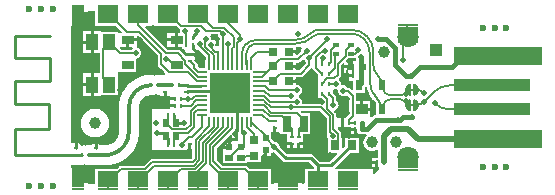
<source format=gtl>
G04*
G04 #@! TF.GenerationSoftware,Altium Limited,Altium Designer,21.7.2 (23)*
G04*
G04 Layer_Physical_Order=1*
G04 Layer_Color=255*
%FSLAX24Y24*%
%MOIN*%
G70*
G04*
G04 #@! TF.SameCoordinates,43C8A9C3-E03B-469C-A9E8-94EB88380565*
G04*
G04*
G04 #@! TF.FilePolarity,Positive*
G04*
G01*
G75*
%ADD10C,0.0098*%
%ADD12C,0.0060*%
%ADD13C,0.0079*%
%ADD14C,0.0059*%
%ADD15C,0.0050*%
%ADD16R,0.0106X0.0118*%
%ADD17R,0.0256X0.0197*%
%ADD18R,0.0315X0.0295*%
%ADD19R,0.0118X0.0106*%
%ADD20R,0.0236X0.0197*%
%ADD21R,0.0295X0.0315*%
%ADD22R,0.0197X0.0236*%
%ADD23R,0.0295X0.0551*%
%ADD24R,0.0217X0.0256*%
%ADD25R,0.0413X0.0551*%
%ADD26R,0.0413X0.0256*%
%ADD27R,0.0197X0.0157*%
%ADD28R,0.0300X0.0320*%
%ADD29R,0.0236X0.0335*%
%ADD30R,0.0394X0.0335*%
%ADD31R,0.1378X0.1378*%
%ADD32O,0.0079X0.0335*%
%ADD33O,0.0335X0.0079*%
%ADD66C,0.0118*%
%ADD67R,0.2960X0.0600*%
%ADD68R,0.2560X0.0400*%
%ADD69C,0.0709*%
%ADD70C,0.0079*%
%ADD71C,0.0394*%
%ADD72R,0.0394X0.0394*%
%ADD73C,0.0080*%
%ADD74C,0.0100*%
%ADD75C,0.0090*%
%ADD76C,0.0150*%
%ADD77C,0.0200*%
%ADD78R,0.0990X0.0552*%
%ADD79R,0.0560X0.0570*%
%ADD80R,0.0709X0.0531*%
%ADD81R,0.0709X0.0098*%
%ADD82C,0.0390*%
%ADD83R,0.0440X0.0098*%
%ADD84R,0.0440X0.0531*%
%ADD85C,0.0236*%
%ADD86C,0.0197*%
G36*
X2816Y5389D02*
X3529D01*
X3730Y5188D01*
X3710Y5142D01*
X3599Y5142D01*
X3579Y5184D01*
Y5194D01*
X3028D01*
Y5214D01*
X2772D01*
Y4839D01*
Y4463D01*
X2972D01*
Y3797D01*
X2772D01*
Y3421D01*
Y3046D01*
X3028D01*
Y3066D01*
X3579D01*
Y3791D01*
X3579Y3791D01*
X3579D01*
X3597Y3837D01*
X3619Y3859D01*
X3647Y3859D01*
X4192D01*
Y4275D01*
X4216Y4315D01*
X4226Y4317D01*
X4248Y4325D01*
X4269Y4335D01*
X4289Y4348D01*
X4306Y4364D01*
X4322Y4381D01*
X4335Y4401D01*
X4345Y4422D01*
X4353Y4444D01*
X4357Y4467D01*
X4359Y4490D01*
X4357Y4513D01*
X4353Y4536D01*
X4345Y4558D01*
X4335Y4579D01*
X4322Y4599D01*
X4306Y4616D01*
X4289Y4632D01*
X4269Y4645D01*
X4248Y4655D01*
X4222Y4678D01*
X4212Y4708D01*
Y4864D01*
X3956D01*
Y4686D01*
X4062D01*
X4077Y4636D01*
X4071Y4632D01*
X4054Y4616D01*
X4038Y4599D01*
X4036Y4595D01*
X3685D01*
X3644Y4636D01*
X3665Y4686D01*
X3856D01*
Y4914D01*
X3906D01*
Y4964D01*
X4212D01*
Y5036D01*
X4262Y5057D01*
X4909Y4410D01*
Y4103D01*
X4910Y4086D01*
X4914Y4069D01*
X4921Y4053D01*
X4930Y4039D01*
X4941Y4025D01*
X5168Y3798D01*
X5148Y3748D01*
X4915D01*
X4882Y3747D01*
X4850Y3742D01*
X4818Y3734D01*
X4803Y3729D01*
X4788Y3734D01*
X4756Y3742D01*
X4724Y3747D01*
X4691Y3748D01*
Y3748D01*
X4626Y3747D01*
X4561Y3741D01*
X4496Y3731D01*
X4433Y3717D01*
X4370Y3700D01*
X4308Y3678D01*
X4248Y3653D01*
X4189Y3625D01*
X4133Y3593D01*
X4078Y3557D01*
X4025Y3519D01*
X3975Y3477D01*
X3928Y3432D01*
X3883Y3385D01*
X3841Y3335D01*
X3803Y3282D01*
X3767Y3228D01*
X3735Y3171D01*
X3707Y3112D01*
X3682Y3052D01*
X3661Y2990D01*
X3643Y2928D01*
X3629Y2864D01*
X3620Y2799D01*
X3614Y2734D01*
X3612Y2669D01*
X3612D01*
Y1848D01*
X3612Y1845D01*
X3610Y1811D01*
X3606Y1773D01*
X3597Y1736D01*
X3586Y1700D01*
X3571Y1665D01*
X3554Y1632D01*
X3534Y1600D01*
X3511Y1570D01*
X3485Y1542D01*
X3457Y1516D01*
X3427Y1493D01*
X3395Y1473D01*
X3362Y1455D01*
X3327Y1441D01*
X3291Y1430D01*
X3254Y1421D01*
X3216Y1416D01*
X3182Y1415D01*
X3178Y1415D01*
X3009D01*
Y1456D01*
X2691D01*
Y1415D01*
X2622D01*
X2589Y1413D01*
X2557Y1409D01*
X2525Y1401D01*
X2502Y1393D01*
X2492Y1396D01*
X2461Y1404D01*
X2430Y1409D01*
X2398Y1410D01*
X2329D01*
Y1465D01*
X2030D01*
Y5368D01*
X2200D01*
Y5734D01*
X2250D01*
Y5784D01*
X2570D01*
Y5870D01*
X2816D01*
X2816Y5389D01*
D02*
G37*
G36*
X6909Y5093D02*
X6913Y5070D01*
X6921Y5048D01*
X6931Y5027D01*
X6944Y5007D01*
X6959Y4990D01*
X6976Y4975D01*
Y4899D01*
X6950D01*
Y4746D01*
X6852D01*
X6852Y4750D01*
X6851Y4773D01*
X6850Y4778D01*
Y4899D01*
X6771D01*
X6763Y4905D01*
X6742Y4915D01*
X6720Y4923D01*
X6695Y4931D01*
X6685Y4959D01*
X6683Y4982D01*
X6679Y5005D01*
X6671Y5027D01*
X6661Y5048D01*
X6656Y5055D01*
X6669Y5092D01*
X6681Y5105D01*
X6908D01*
X6909Y5093D01*
D02*
G37*
G36*
X9719Y4647D02*
X9718Y4645D01*
X9707Y4624D01*
X9700Y4601D01*
X9695Y4579D01*
X9694Y4555D01*
X9694Y4546D01*
X9579Y4431D01*
X9529Y4452D01*
Y4478D01*
X9281D01*
Y4578D01*
X9529D01*
Y4672D01*
X9547Y4673D01*
X9608Y4678D01*
X9668Y4687D01*
X9689Y4692D01*
X9719Y4647D01*
D02*
G37*
G36*
X5612Y5305D02*
X5625Y5294D01*
X5640Y5285D01*
X5656Y5273D01*
X5655Y5246D01*
X5650Y5223D01*
X5648Y5200D01*
X5649Y5192D01*
X5626Y5157D01*
X5607Y5142D01*
X5589D01*
Y4914D01*
Y4686D01*
X5728D01*
Y4608D01*
X5782D01*
X5825Y4591D01*
Y4449D01*
X5779Y4430D01*
X5653Y4556D01*
X5640Y4567D01*
X5625Y4577D01*
X5609Y4583D01*
X5592Y4587D01*
X5575Y4588D01*
X5240D01*
X4486Y5342D01*
X4505Y5389D01*
X5529D01*
X5612Y5305D01*
D02*
G37*
G36*
X11534Y4264D02*
X11513Y4218D01*
X11403D01*
Y4020D01*
X11353D01*
Y3970D01*
X11135D01*
Y3822D01*
X11275D01*
Y3770D01*
X11428D01*
Y3670D01*
X11275D01*
Y3561D01*
X11428D01*
Y3254D01*
X11382Y3235D01*
X11328Y3288D01*
X11314Y3300D01*
X11298Y3310D01*
X11281Y3317D01*
X11263Y3322D01*
X11244Y3323D01*
X11242D01*
X11234Y3335D01*
X11219Y3352D01*
X11201Y3368D01*
X11182Y3381D01*
X11161Y3391D01*
X11139Y3399D01*
X11116Y3403D01*
X11093Y3405D01*
X11069Y3403D01*
X11060Y3401D01*
X11031Y3419D01*
X11015Y3441D01*
X11016Y3453D01*
X11014Y3476D01*
X11010Y3499D01*
X11002Y3521D01*
X10992Y3542D01*
X10979Y3562D01*
X10964Y3579D01*
X10958Y3632D01*
X10962Y3644D01*
X10981Y3663D01*
X10992Y3676D01*
X11000Y3690D01*
X11007Y3705D01*
X11011Y3721D01*
X11012Y3738D01*
Y4073D01*
X11089Y4150D01*
X11135Y4131D01*
Y4070D01*
X11303D01*
Y4218D01*
X11223D01*
X11204Y4265D01*
X11242Y4303D01*
X11511D01*
X11534Y4264D01*
D02*
G37*
G36*
X6239Y4588D02*
Y4588D01*
X6239Y4588D01*
X6285Y4577D01*
X6504Y4358D01*
Y4257D01*
X6500Y4248D01*
X6496Y4229D01*
X6494Y4211D01*
Y3966D01*
X6308D01*
X6242Y4033D01*
Y4072D01*
X6240Y4090D01*
X6236Y4109D01*
X6229Y4126D01*
X6219Y4142D01*
X6207Y4156D01*
X6128Y4235D01*
X6136Y4285D01*
X6143D01*
Y4388D01*
X5984D01*
Y4488D01*
X6143D01*
Y4588D01*
X6239D01*
X6239Y4588D01*
D02*
G37*
G36*
X9775Y4252D02*
X9800Y4243D01*
X9806Y4230D01*
X9819Y4210D01*
X9835Y4193D01*
X9841Y4187D01*
Y4114D01*
X9634Y3906D01*
X9519D01*
Y3983D01*
X9272D01*
Y4083D01*
X9519D01*
Y4161D01*
X9598D01*
X9616Y4162D01*
X9635Y4166D01*
X9652Y4174D01*
X9668Y4183D01*
X9682Y4196D01*
X9742Y4255D01*
X9775Y4252D01*
D02*
G37*
G36*
X13502Y3440D02*
X13528Y3423D01*
X13557Y3394D01*
X13578Y3371D01*
X13601Y3332D01*
X13612Y3295D01*
X13610Y3208D01*
X13600Y3180D01*
X13567Y3126D01*
X13534Y3094D01*
X13498Y3071D01*
X13458Y3059D01*
X13438Y3066D01*
X13426Y3087D01*
X13426Y3426D01*
X13456Y3455D01*
X13502Y3440D01*
D02*
G37*
G36*
X13334Y3446D02*
X13346Y3425D01*
X13346Y3086D01*
X13316Y3057D01*
X13269Y3072D01*
X13244Y3089D01*
X13215Y3118D01*
X13194Y3141D01*
X13171Y3180D01*
X13160Y3217D01*
X13162Y3304D01*
X13172Y3332D01*
X13205Y3386D01*
X13238Y3418D01*
X13274Y3441D01*
X13314Y3453D01*
X13334Y3446D01*
D02*
G37*
G36*
X10065Y3972D02*
X10092Y3960D01*
X10099Y3944D01*
X10108Y3929D01*
X10119Y3916D01*
X10265Y3770D01*
Y3314D01*
Y2981D01*
X10382D01*
X10456Y2907D01*
Y2793D01*
X10435Y2775D01*
X10406Y2763D01*
X10400Y2766D01*
X10384Y2769D01*
X10368Y2771D01*
X9751D01*
X9733Y2786D01*
X9713Y2821D01*
X9715Y2829D01*
X9716Y2852D01*
X9715Y2876D01*
X9710Y2899D01*
X9703Y2921D01*
X9692Y2942D01*
X9679Y2961D01*
X9664Y2979D01*
X9646Y2994D01*
X9627Y3007D01*
X9606Y3018D01*
X9605Y3018D01*
Y3071D01*
X9606Y3071D01*
X9627Y3081D01*
X9647Y3094D01*
X9664Y3110D01*
X9680Y3127D01*
X9693Y3147D01*
X9703Y3168D01*
X9711Y3190D01*
X9715Y3213D01*
X9717Y3236D01*
X9715Y3260D01*
X9711Y3283D01*
X9703Y3305D01*
X9693Y3326D01*
X9680Y3345D01*
X9664Y3363D01*
X9647Y3378D01*
X9627Y3391D01*
X9606Y3401D01*
X9584Y3409D01*
X9561Y3414D01*
X9538Y3415D01*
X9519Y3432D01*
Y3482D01*
X9272D01*
Y3582D01*
X9519D01*
Y3667D01*
X9683D01*
X9702Y3668D01*
X9720Y3673D01*
X9737Y3680D01*
X9753Y3690D01*
X9768Y3702D01*
X10038Y3973D01*
X10053Y3974D01*
X10065Y3972D01*
D02*
G37*
G36*
X13502Y2928D02*
X13528Y2911D01*
X13557Y2882D01*
X13578Y2859D01*
X13601Y2820D01*
X13612Y2783D01*
X13610Y2696D01*
X13600Y2668D01*
X13567Y2614D01*
X13534Y2582D01*
X13498Y2559D01*
X13458Y2547D01*
X13438Y2554D01*
X13426Y2575D01*
X13426Y2914D01*
X13456Y2943D01*
X13502Y2928D01*
D02*
G37*
G36*
X13334Y2934D02*
X13346Y2913D01*
X13346Y2574D01*
X13316Y2545D01*
X13269Y2560D01*
X13244Y2577D01*
X13215Y2606D01*
X13194Y2629D01*
X13171Y2668D01*
X13160Y2705D01*
X13162Y2792D01*
X13172Y2820D01*
X13205Y2874D01*
X13238Y2906D01*
X13274Y2929D01*
X13314Y2941D01*
X13334Y2934D01*
D02*
G37*
G36*
X11880Y3330D02*
X11897Y3273D01*
X11916Y3216D01*
X11939Y3160D01*
X11966Y3106D01*
X11995Y3054D01*
X12028Y3003D01*
X12063Y2955D01*
X12102Y2908D01*
X12143Y2865D01*
X12143Y2865D01*
X12175Y2828D01*
X12176Y2827D01*
Y2414D01*
X12176Y2414D01*
X12152Y2408D01*
X12129Y2399D01*
X12109Y2386D01*
X12090Y2370D01*
X12052Y2331D01*
X12002Y2352D01*
Y2546D01*
X11705D01*
Y2596D01*
X11655D01*
Y2864D01*
X11529D01*
Y3038D01*
X11528Y3057D01*
X11523Y3075D01*
X11516Y3092D01*
X11508Y3106D01*
X11509Y3114D01*
X11530Y3156D01*
X11824D01*
Y3354D01*
X11874Y3360D01*
X11880Y3330D01*
D02*
G37*
G36*
X7516Y1932D02*
X7537Y1927D01*
X7559Y1925D01*
X7597Y1883D01*
Y1842D01*
X7596Y1836D01*
X7594Y1813D01*
X7561Y1771D01*
X7549Y1765D01*
X7405D01*
X7379Y1810D01*
X7479Y1910D01*
X7490Y1923D01*
X7499Y1938D01*
X7501Y1938D01*
X7516Y1932D01*
D02*
G37*
G36*
X7392Y1752D02*
Y1656D01*
X7546D01*
Y1556D01*
X7392D01*
Y1529D01*
X7343D01*
Y1331D01*
X7293D01*
Y1281D01*
X7075D01*
Y1132D01*
X7094D01*
Y814D01*
X7884D01*
Y833D01*
X8348D01*
Y1030D01*
X8454D01*
Y1248D01*
X8554D01*
Y1030D01*
X8702D01*
Y1140D01*
X8707Y1148D01*
X8751Y1175D01*
X8774Y1171D01*
X8792Y1169D01*
X9081Y880D01*
X9097Y867D01*
X9114Y856D01*
X9133Y848D01*
X9153Y844D01*
X9173Y842D01*
X9954D01*
X10120Y676D01*
Y611D01*
X9816D01*
Y178D01*
X9766Y128D01*
X9704D01*
Y216D01*
X8796D01*
Y128D01*
X8684D01*
Y611D01*
X7981D01*
X7904Y689D01*
X7890Y700D01*
X7876Y709D01*
X7860Y716D01*
X7843Y720D01*
X7826Y721D01*
X7070D01*
X6872Y920D01*
Y1302D01*
X7029Y1460D01*
X7075Y1441D01*
Y1381D01*
X7243D01*
Y1529D01*
X7164D01*
X7145Y1575D01*
X7348Y1779D01*
X7392Y1752D01*
D02*
G37*
G36*
X10555Y2329D02*
Y1840D01*
X10556Y1824D01*
X10560Y1807D01*
X10566Y1792D01*
X10573Y1782D01*
X10567Y1766D01*
X10563Y1743D01*
X10561Y1720D01*
X10563Y1697D01*
X10567Y1674D01*
X10575Y1652D01*
X10585Y1631D01*
X10595Y1616D01*
Y1160D01*
X10883D01*
X10902Y1114D01*
X10648Y860D01*
X10304D01*
X10100Y1065D01*
X10084Y1078D01*
X10067Y1089D01*
X10048Y1096D01*
X10028Y1101D01*
X10008Y1103D01*
X9227D01*
X8976Y1354D01*
X8975Y1371D01*
X8970Y1394D01*
X8963Y1416D01*
X8953Y1437D01*
X8940Y1457D01*
X8924Y1474D01*
X8907Y1490D01*
X8887Y1503D01*
X8866Y1513D01*
X8844Y1521D01*
X8821Y1525D01*
X8798Y1527D01*
X8789Y1526D01*
X8682Y1633D01*
Y1839D01*
X8759D01*
Y1942D01*
X8750D01*
Y2042D01*
X8750Y2042D01*
X8809D01*
Y1992D01*
X8859D01*
Y1839D01*
X8968D01*
X8975Y1792D01*
Y1768D01*
X9231D01*
Y1614D01*
X9211D01*
Y1511D01*
X9370D01*
Y1461D01*
X9420D01*
Y1307D01*
X9556D01*
Y1461D01*
X9606D01*
Y1511D01*
X9765D01*
Y1614D01*
X9745D01*
Y1768D01*
X10001D01*
Y2480D01*
X9705D01*
X9675Y2517D01*
X9694Y2560D01*
X10324D01*
X10555Y2329D01*
D02*
G37*
G36*
X4818Y3093D02*
X4850Y3085D01*
X4882Y3080D01*
X4915Y3078D01*
X4998D01*
Y3030D01*
X5317D01*
X5317Y3003D01*
X5471D01*
Y2903D01*
X5317D01*
Y2882D01*
X5317D01*
Y2773D01*
X5471D01*
Y2673D01*
X5317D01*
Y2613D01*
X4733D01*
X4733Y1233D01*
X5920D01*
Y1288D01*
X5934D01*
Y1441D01*
X6034D01*
Y1288D01*
X6061D01*
Y982D01*
X6025Y945D01*
X4725D01*
X4708Y944D01*
X4691Y940D01*
X4675Y933D01*
X4661Y924D01*
X4648Y913D01*
X4455Y721D01*
X3692D01*
X3675Y720D01*
X3658Y716D01*
X3642Y709D01*
X3628Y700D01*
X3615Y689D01*
X3537Y611D01*
X2816D01*
Y128D01*
X2766Y128D01*
X2570D01*
Y216D01*
X2250D01*
Y266D01*
X2200D01*
Y632D01*
X2030D01*
Y758D01*
X2398D01*
X2430Y760D01*
X2461Y764D01*
X2491Y772D01*
X2494Y770D01*
X2525Y759D01*
X2557Y751D01*
X2589Y747D01*
X2622Y745D01*
X3178D01*
Y745D01*
X3240Y747D01*
X3302Y752D01*
X3363Y761D01*
X3388Y765D01*
X3396Y767D01*
X3404Y769D01*
X3424Y773D01*
X3484Y788D01*
X3543Y807D01*
X3601Y829D01*
X3657Y854D01*
X3712Y883D01*
X3766Y914D01*
X3817Y948D01*
X3866Y986D01*
X3914Y1026D01*
X3959Y1068D01*
X4001Y1113D01*
X4041Y1160D01*
X4078Y1210D01*
X4113Y1261D01*
X4144Y1315D01*
X4173Y1370D01*
X4198Y1426D01*
X4220Y1484D01*
X4239Y1543D01*
X4254Y1603D01*
X4266Y1664D01*
X4275Y1725D01*
X4280Y1787D01*
X4282Y1848D01*
X4282D01*
Y2669D01*
X4282Y2673D01*
X4283Y2709D01*
X4289Y2749D01*
X4299Y2788D01*
X4313Y2826D01*
X4330Y2862D01*
X4351Y2897D01*
X4374Y2929D01*
X4401Y2959D01*
X4431Y2986D01*
X4463Y3010D01*
X4498Y3030D01*
X4534Y3048D01*
X4572Y3061D01*
X4611Y3071D01*
X4642Y3075D01*
X4691Y3078D01*
X4724Y3080D01*
X4739Y3082D01*
X4756Y3085D01*
X4788Y3093D01*
X4803Y3098D01*
X4818Y3093D01*
D02*
G37*
G36*
X10814Y3275D02*
X10837Y3274D01*
X10860Y3275D01*
X10870Y3277D01*
X10898Y3260D01*
X10914Y3238D01*
X10914Y3226D01*
X10915Y3203D01*
X10920Y3180D01*
X10927Y3158D01*
X10938Y3137D01*
X10951Y3117D01*
X10966Y3100D01*
X10984Y3084D01*
X11003Y3071D01*
X11024Y3061D01*
X11046Y3053D01*
X11069Y3049D01*
X11093Y3047D01*
X11116Y3049D01*
X11139Y3053D01*
X11161Y3061D01*
X11182Y3071D01*
X11197Y3081D01*
X11290Y2988D01*
Y2433D01*
X11198Y2340D01*
X11185Y2326D01*
X11181Y2319D01*
X11108D01*
Y2160D01*
Y2001D01*
X11211D01*
Y2021D01*
X11345D01*
Y1980D01*
X11498D01*
Y1930D01*
X11548D01*
Y1771D01*
X11651D01*
X11651Y1771D01*
X11672Y1773D01*
X11701Y1776D01*
X11722Y1775D01*
X11858D01*
X11873Y1743D01*
X11874Y1725D01*
X11872Y1723D01*
X11848Y1702D01*
X11827Y1678D01*
X11808Y1652D01*
X11793Y1624D01*
X11781Y1594D01*
X11772Y1564D01*
X11766Y1532D01*
X11765Y1500D01*
X11766Y1468D01*
X11772Y1436D01*
X11781Y1406D01*
X11793Y1376D01*
X11808Y1348D01*
X11827Y1322D01*
X11848Y1298D01*
X11872Y1277D01*
X11898Y1258D01*
X11926Y1243D01*
X11956Y1231D01*
X11986Y1222D01*
X12018Y1216D01*
X12050Y1215D01*
X12082Y1216D01*
X12114Y1222D01*
X12144Y1231D01*
X12174Y1243D01*
X12202Y1258D01*
X12212Y1265D01*
X12256Y1246D01*
X12262Y1240D01*
Y989D01*
X12065D01*
Y880D01*
X12218D01*
Y830D01*
X12262D01*
Y830D01*
X12263Y806D01*
X12268Y784D01*
Y671D01*
X12272D01*
X12291Y625D01*
X12123Y457D01*
X12077Y476D01*
Y611D01*
X11684D01*
Y611D01*
X10839D01*
X10818Y662D01*
X11317Y1160D01*
X11605D01*
Y1640D01*
X11145D01*
Y1357D01*
X11101Y1313D01*
X11055Y1332D01*
Y1640D01*
X11019D01*
Y1795D01*
X11017Y1812D01*
X11014Y1828D01*
X11007Y1843D01*
X10999Y1857D01*
X10988Y1870D01*
X10907Y1951D01*
X10927Y2001D01*
X11008D01*
Y2160D01*
Y2319D01*
X10905D01*
X10865Y2345D01*
Y2414D01*
X10864Y2431D01*
X10860Y2447D01*
X10854Y2462D01*
X10845Y2476D01*
X10834Y2489D01*
X10797Y2526D01*
X10801Y2556D01*
X10813Y2581D01*
X10826Y2586D01*
X10847Y2596D01*
X10867Y2609D01*
X10884Y2625D01*
X10900Y2642D01*
X10913Y2662D01*
X10923Y2683D01*
X10931Y2705D01*
X10935Y2728D01*
X10937Y2751D01*
X10935Y2774D01*
X10931Y2797D01*
X10923Y2819D01*
X10913Y2840D01*
X10900Y2860D01*
X10884Y2877D01*
X10868Y2892D01*
Y2978D01*
X10866Y2996D01*
X10862Y3012D01*
X10856Y3028D01*
X10847Y3043D01*
X10836Y3056D01*
X10755Y3136D01*
Y3239D01*
X10777Y3264D01*
X10797Y3279D01*
X10814Y3275D01*
D02*
G37*
%LPC*%
G36*
X2570Y5684D02*
X2300D01*
Y5368D01*
X2570D01*
Y5684D01*
D02*
G37*
G36*
X2672Y5214D02*
X2415D01*
Y4889D01*
X2672D01*
Y5214D01*
D02*
G37*
G36*
Y4789D02*
X2415D01*
Y4463D01*
X2672D01*
Y4789D01*
D02*
G37*
G36*
X2672Y3797D02*
X2415D01*
Y3471D01*
X2672D01*
Y3797D01*
D02*
G37*
G36*
Y3371D02*
X2415D01*
Y3046D01*
X2672D01*
Y3371D01*
D02*
G37*
G36*
X2820Y2626D02*
X2779Y2624D01*
X2737Y2619D01*
X2697Y2610D01*
X2657Y2597D01*
X2619Y2582D01*
X2582Y2562D01*
X2547Y2540D01*
X2514Y2515D01*
X2483Y2487D01*
X2455Y2456D01*
X2430Y2423D01*
X2408Y2388D01*
X2388Y2351D01*
X2373Y2313D01*
X2360Y2273D01*
X2351Y2233D01*
X2346Y2192D01*
X2344Y2150D01*
X2346Y2109D01*
X2351Y2067D01*
X2360Y2027D01*
X2373Y1987D01*
X2388Y1949D01*
X2408Y1912D01*
X2430Y1877D01*
X2455Y1844D01*
X2483Y1813D01*
X2514Y1785D01*
X2547Y1760D01*
X2582Y1738D01*
X2619Y1718D01*
X2657Y1703D01*
X2697Y1690D01*
X2737Y1681D01*
X2779Y1676D01*
X2820Y1674D01*
X2862Y1676D01*
X2903Y1681D01*
X2943Y1690D01*
X2983Y1703D01*
X3021Y1718D01*
X3058Y1738D01*
X3093Y1760D01*
X3126Y1785D01*
X3157Y1813D01*
X3185Y1844D01*
X3210Y1877D01*
X3232Y1912D01*
X3252Y1949D01*
X3267Y1987D01*
X3280Y2027D01*
X3289Y2067D01*
X3294Y2109D01*
X3296Y2150D01*
X3294Y2192D01*
X3289Y2233D01*
X3280Y2273D01*
X3267Y2313D01*
X3252Y2351D01*
X3232Y2388D01*
X3210Y2423D01*
X3185Y2456D01*
X3157Y2487D01*
X3126Y2515D01*
X3093Y2540D01*
X3058Y2562D01*
X3021Y2582D01*
X2983Y2597D01*
X2943Y2610D01*
X2903Y2619D01*
X2862Y2624D01*
X2820Y2626D01*
D02*
G37*
G36*
X5489Y5142D02*
X5233D01*
Y4964D01*
X5489D01*
Y5142D01*
D02*
G37*
G36*
Y4864D02*
X5233D01*
Y4686D01*
X5489D01*
Y4864D01*
D02*
G37*
G36*
X12002Y2864D02*
X11755D01*
Y2646D01*
X12002D01*
Y2864D01*
D02*
G37*
G36*
X9704Y632D02*
X9300D01*
Y316D01*
X9704D01*
Y632D01*
D02*
G37*
G36*
X9200D02*
X8796D01*
Y316D01*
X9200D01*
Y632D01*
D02*
G37*
G36*
X9765Y1411D02*
X9656D01*
Y1307D01*
X9765D01*
Y1411D01*
D02*
G37*
G36*
X9320D02*
X9211D01*
Y1307D01*
X9320D01*
Y1411D01*
D02*
G37*
G36*
X2570Y632D02*
X2300D01*
Y316D01*
X2570D01*
Y632D01*
D02*
G37*
G36*
X11448Y1880D02*
X11345D01*
Y1771D01*
X11448D01*
Y1880D01*
D02*
G37*
G36*
X12168Y780D02*
X12065D01*
Y671D01*
X12168D01*
Y780D01*
D02*
G37*
%LPD*%
D10*
X6091Y5055D02*
X6231Y5195D01*
X6091Y4987D02*
Y5055D01*
D12*
X13456Y3086D02*
G03*
X13456Y3425I-44J170D01*
G01*
X13316D02*
G03*
X13316Y3086I44J-170D01*
G01*
X13456Y2575D02*
G03*
X13456Y2914I-44J170D01*
G01*
X13316D02*
G03*
X13316Y2575I44J-170D01*
G01*
D13*
X13110Y2887D02*
G03*
X12992Y2936I-118J-118D01*
G01*
X12658D02*
G03*
X12413Y2692I0J-244D01*
G01*
X12374Y2596D02*
G03*
X12228Y2949I-499J-0D01*
G01*
X12374Y2596D02*
G03*
X12413Y2692I-95J95D01*
G01*
X10300Y5127D02*
G03*
X10111Y5049I0J-267D01*
G01*
X11971Y4510D02*
G03*
X11354Y5127I-617J0D01*
G01*
X9487Y4791D02*
G03*
X10111Y5049I0J883D01*
G01*
X8228Y4791D02*
G03*
X7945Y4673I0J-401D01*
G01*
D02*
G03*
X7864Y4479I194J-194D01*
G01*
X11971Y3569D02*
G03*
X12228Y2949I876J0D01*
G01*
X7864Y4106D02*
G03*
X7874Y4083I34J0D01*
G01*
X12413Y3328D02*
G03*
X12388Y3390I-87J0D01*
G01*
X12374Y3404D02*
G03*
X12228Y3756I-499J-0D01*
G01*
X12992Y3064D02*
G03*
X13110Y3113I0J167D01*
G01*
X12413Y3328D02*
G03*
X12677Y3064I264J0D01*
G01*
X10300Y5256D02*
G03*
X10020Y5140I0J-396D01*
G01*
X12100Y4510D02*
G03*
X11354Y5256I-746J0D01*
G01*
X9487Y4919D02*
G03*
X10020Y5140I0J754D01*
G01*
X8228Y4919D02*
G03*
X7833Y4755I0J-559D01*
G01*
D02*
G03*
X7727Y4499I256J-256D01*
G01*
X12100Y4065D02*
G03*
X12228Y3756I437J0D01*
G01*
X7717Y4083D02*
G03*
X7727Y4107I-25J25D01*
G01*
X13780Y3150D02*
G03*
X13524Y3256I-256J-256D01*
G01*
X14623Y3398D02*
G03*
X14150Y3201I0J-670D01*
G01*
X13524Y2744D02*
G03*
X13780Y2850I0J362D01*
G01*
D02*
G03*
X13812Y2863I0J46D01*
G01*
X14150Y2800D02*
G03*
X14623Y2604I473J473D01*
G01*
X11244Y3203D02*
X11409Y3038D01*
Y2383D02*
Y3038D01*
X11115Y3203D02*
X11244D01*
X11093Y3226D02*
X11115Y3203D01*
X9598Y4280D02*
X9873Y4555D01*
X8987Y4280D02*
X9598D01*
X9683Y3787D02*
X9961Y4065D01*
Y4319D01*
X11282Y2256D02*
X11409Y2383D01*
X10300Y5127D02*
X11354D01*
X6259Y3846D02*
X6378D01*
X6122Y3983D02*
X6259Y3846D01*
X6122Y3983D02*
Y4072D01*
X5980Y4213D02*
X6122Y4072D01*
X5974Y4213D02*
X5980D01*
X13110Y2887D02*
X13253Y2744D01*
X12658Y2936D02*
X12992D01*
X11971Y3569D02*
Y4510D01*
X8228Y4791D02*
X9487D01*
X7864Y4479D02*
Y4488D01*
Y4106D02*
Y4479D01*
X12100Y4065D02*
Y4510D01*
X12374Y3404D02*
X12388Y3390D01*
X13110Y3113D02*
X13253Y3256D01*
X12677Y3064D02*
X12992D01*
X10300Y5256D02*
X11354D01*
X8228Y4919D02*
X9487D01*
X7727Y4499D02*
Y4509D01*
Y4107D02*
Y4499D01*
X9989Y4359D02*
X10510Y4880D01*
X8995Y3787D02*
X9683D01*
X8740Y3532D02*
X8995Y3787D01*
X8031Y4324D02*
X8221Y4514D01*
X8031Y4083D02*
Y4324D01*
X8740Y4033D02*
X8987Y4280D01*
X8396Y3689D02*
X8553Y3846D01*
X8268D02*
X8553D01*
X8740Y4033D01*
X8268Y3689D02*
X8396D01*
X8268Y3532D02*
X8740D01*
X8220Y4515D02*
X8744D01*
X7773Y1347D02*
Y1813D01*
X7640Y1331D02*
X7687D01*
X7302Y992D02*
X7640Y1331D01*
X7747Y1833D02*
X7770Y1810D01*
X5695Y2953D02*
X6037D01*
X7944Y1061D02*
X8110D01*
X7864D02*
X7944D01*
X7795Y992D02*
X7864Y1061D01*
X7676Y992D02*
X7795D01*
X6835Y4522D02*
X6900D01*
X6642Y4714D02*
X6835Y4522D01*
X8504Y1642D02*
X8798Y1348D01*
X8268Y3846D02*
X8268Y3846D01*
X8614Y2214D02*
X8809D01*
X8399Y2429D02*
X8614Y2214D01*
X8268Y2429D02*
X8399D01*
X8031Y2193D02*
X8504Y1720D01*
Y1642D02*
Y1720D01*
X7874Y2028D02*
Y2193D01*
Y2028D02*
X8110Y1791D01*
Y1593D02*
Y1791D01*
X6900Y4522D02*
X6929Y4492D01*
Y4083D02*
Y4492D01*
X7717Y1833D02*
X7747D01*
X7717D02*
Y2193D01*
X6037Y2953D02*
X6144Y3059D01*
X5945Y1665D02*
X5984Y1665D01*
X5723Y1443D02*
X5945Y1665D01*
X6015Y2723D02*
X6194Y2902D01*
X5703Y2723D02*
X6015D01*
X6194Y2902D02*
X6378D01*
Y1998D02*
Y2429D01*
X6045Y1665D02*
X6378Y1998D01*
X5984Y1665D02*
X6045D01*
X6144Y3059D02*
X6378D01*
X13519Y3256D02*
X13524D01*
X13812Y2863D02*
X14150Y3201D01*
X14623Y3398D02*
X16037D01*
X13519Y2744D02*
X13524D01*
X14623Y2604D02*
X16037D01*
X11282Y2160D02*
X11282Y2160D01*
X11498D01*
X11282Y2160D02*
Y2256D01*
D14*
X10758Y2751D02*
Y2978D01*
X6978Y5215D02*
X7086Y5107D01*
X10394Y4299D02*
X10396Y4297D01*
X10197Y4358D02*
X10364Y4526D01*
X10197Y3994D02*
Y4358D01*
X6762Y874D02*
X7024Y611D01*
X6644Y785D02*
X7250Y179D01*
X10622Y3114D02*
X10758Y2978D01*
X10622Y3114D02*
Y3120D01*
X7657Y4936D02*
Y5077D01*
Y4898D02*
Y4936D01*
X7559Y4800D02*
X7657Y4898D01*
X7559Y4083D02*
Y4800D01*
X7250Y5484D02*
X7657Y5077D01*
X10487Y4526D02*
X10492Y4531D01*
X10837Y3453D02*
X10837Y3453D01*
X10622Y3453D02*
X10837D01*
X10622Y3453D02*
X10622Y3453D01*
X7250Y5484D02*
Y6000D01*
X6250Y5815D02*
X6741Y5324D01*
X7129D02*
X7442Y5012D01*
X6741Y5324D02*
X7129D01*
X7442Y4684D02*
Y5012D01*
X7086Y4708D02*
Y5107D01*
X6525Y5215D02*
X6978D01*
X8645Y3039D02*
X9351D01*
X9360Y3049D01*
X3250Y5813D02*
X3260D01*
X5019Y4103D02*
Y4455D01*
Y4103D02*
X5279Y3843D01*
X4286Y5188D02*
X5019Y4455D01*
X5197Y4270D02*
X5223Y4243D01*
X5285D01*
X5461Y4067D01*
X5539D01*
X5575Y4479D02*
X5826Y4228D01*
X5194Y4479D02*
X5575D01*
X4250Y5423D02*
X5194Y4479D01*
X10364Y4526D02*
X10487D01*
X5906Y3843D02*
X6217Y3532D01*
X5279Y3843D02*
X5906D01*
X7402Y4644D02*
X7442Y4684D01*
X7402Y4083D02*
Y4644D01*
X3260Y5813D02*
X3884Y5188D01*
X4286D01*
X6239Y3689D02*
X6378D01*
X5826Y4103D02*
X6239Y3689D01*
X4725Y835D02*
X6071D01*
X4501Y611D02*
X4725Y835D01*
X3250Y169D02*
X3692Y611D01*
X4501D01*
X3250Y0D02*
Y169D01*
X4250Y5423D02*
Y6000D01*
X5826Y4103D02*
Y4228D01*
X5690Y5383D02*
X6357D01*
X5250Y5823D02*
X5690Y5383D01*
X6357D02*
X6525Y5215D01*
X6309Y4708D02*
X6614Y4403D01*
Y4083D02*
Y4403D01*
X5250Y5823D02*
Y6000D01*
X6495Y4676D02*
Y4948D01*
Y4676D02*
X6772Y4400D01*
Y4083D02*
Y4400D01*
X6495Y4948D02*
X6506Y4959D01*
X8615Y3236D02*
X9538D01*
X10396Y4122D02*
Y4297D01*
Y4122D02*
X10398Y4120D01*
X10197Y3994D02*
X10398Y3793D01*
Y3787D02*
Y3793D01*
X9543Y2482D02*
X9774Y2251D01*
Y2124D02*
Y2251D01*
X6250Y5815D02*
Y6000D01*
X3250Y5813D02*
Y6000D01*
X8685Y2665D02*
X9360D01*
X8488Y2862D02*
X8685Y2665D01*
X8665Y2852D02*
X9537D01*
X8458Y3059D02*
X8665Y2852D01*
X8468Y3217D02*
X8645Y3039D01*
X8477Y3374D02*
X8615Y3236D01*
X8701Y2482D02*
X9543D01*
X7244Y4762D02*
X7264Y4782D01*
X7244Y4083D02*
Y4762D01*
X7087Y4083D02*
Y4707D01*
X7086Y4708D02*
X7087Y4707D01*
X6171Y936D02*
Y1593D01*
X6071Y835D02*
X6171Y936D01*
X6289Y900D02*
Y1544D01*
X6116Y726D02*
X6289Y900D01*
X4793Y726D02*
X6116D01*
X6407Y864D02*
Y1495D01*
X6155Y611D02*
X6407Y864D01*
X5673Y611D02*
X6155D01*
X6526Y815D02*
Y1446D01*
X6250Y539D02*
X6526Y815D01*
X6250Y0D02*
Y539D01*
X7826Y611D02*
X8250Y187D01*
X7024Y611D02*
X7826D01*
X4250Y183D02*
X4793Y726D01*
X5250Y189D02*
X5673Y611D01*
X4250Y0D02*
Y183D01*
X5250Y0D02*
Y189D01*
X7250Y0D02*
Y179D01*
X8250Y0D02*
Y187D01*
X6644Y785D02*
Y1397D01*
X6762Y874D02*
Y1348D01*
X8268Y3374D02*
X8477D01*
X8485Y2698D02*
X8701Y2482D01*
X8646Y2369D02*
X9045D01*
X8429Y2587D02*
X8646Y2369D01*
X8268Y2587D02*
X8429D01*
X8268Y3217D02*
X8468D01*
X8268Y2902D02*
X8448D01*
X8268Y2744D02*
X8438D01*
X8268Y3059D02*
X8458D01*
X8487Y2862D02*
X8488D01*
X8448Y2902D02*
X8487Y2862D01*
X8484Y2698D02*
X8485D01*
X8438Y2744D02*
X8484Y2698D01*
X9370Y1685D02*
Y1957D01*
X9606Y1685D02*
Y1957D01*
X9774Y2124D01*
X9203D02*
X9370Y1957D01*
X9045Y2370D02*
X9203Y2213D01*
Y2124D02*
Y2213D01*
X7402Y1988D02*
Y2193D01*
X7244Y1997D02*
Y2193D01*
X6614Y2035D02*
Y2193D01*
X6762Y1348D02*
X7402Y1988D01*
X6644Y1397D02*
X7244Y1997D01*
X7087Y2007D02*
Y2193D01*
X6526Y1446D02*
X7087Y2007D01*
X6929Y2016D02*
Y2193D01*
X6407Y1495D02*
X6929Y2016D01*
X6772Y2026D02*
Y2193D01*
X6289Y1544D02*
X6772Y2026D01*
X6171Y1593D02*
X6614Y2035D01*
X6122Y2023D02*
Y2482D01*
X5914Y1815D02*
X6122Y2023D01*
X5865Y1933D02*
X6004Y2072D01*
Y2531D01*
X5628Y1815D02*
X5914D01*
X5520Y1706D02*
X5628Y1815D01*
X5465Y1651D02*
X5520Y1706D01*
X5465Y1423D02*
Y1651D01*
X5186Y2159D02*
X5241Y2214D01*
Y2423D01*
X5385Y1933D02*
X5865D01*
X5186Y2132D02*
X5385Y1933D01*
X5186Y2159D02*
X5186Y2132D01*
X6004Y2531D02*
X6217Y2744D01*
X6227Y2587D02*
X6378D01*
X6122Y2482D02*
X6227Y2587D01*
X6217Y2744D02*
X6378D01*
X6217Y3532D02*
X6378D01*
D15*
X10669Y4167D02*
Y4571D01*
X10807Y3971D02*
Y4425D01*
X10907Y4117D02*
X11182Y4392D01*
X10907Y3738D02*
Y4117D01*
X10398Y3114D02*
X10561Y2951D01*
X10760Y1949D02*
Y2414D01*
X10561Y2613D02*
X10760Y2414D01*
X10660Y1840D02*
Y2373D01*
X10368Y2665D02*
X10660Y2373D01*
X10561Y2613D02*
Y2951D01*
X10669Y4571D02*
X10836Y4738D01*
X10807Y4425D02*
X10844Y4462D01*
X10622Y4120D02*
X10669Y4167D01*
X10398Y3114D02*
Y3120D01*
X10799Y3630D02*
X10907Y3738D01*
X10568Y3630D02*
X10799D01*
X10398Y3459D02*
X10568Y3630D01*
X10398Y3453D02*
Y3459D01*
X9360Y2665D02*
X10368D01*
X10740Y1720D02*
Y1760D01*
X10660Y1840D02*
X10740Y1760D01*
X10760Y1949D02*
X10913Y1795D01*
Y1400D02*
Y1795D01*
X3641Y4490D02*
X4180D01*
X3293Y4839D02*
X3641Y4490D01*
X5862Y4982D02*
X5862Y4983D01*
X5862Y4747D02*
Y4982D01*
X5861Y4747D02*
X5862Y4747D01*
X5862Y4983D02*
Y5125D01*
X5827Y5160D02*
X5862Y5125D01*
X5827Y5160D02*
Y5200D01*
X13090Y5206D02*
X13250Y5366D01*
X13090Y4230D02*
Y5206D01*
X11182Y4392D02*
Y4572D01*
X10622Y3787D02*
X10807Y3971D01*
X10836Y4738D02*
X10844D01*
X11348D02*
X11356D01*
X11182Y4572D02*
X11348Y4738D01*
X3077Y3637D02*
X3293Y3421D01*
X3077Y3637D02*
Y4623D01*
X3293Y4839D01*
X10825Y1400D02*
X10913D01*
D16*
X10622Y4120D02*
D03*
X10398D02*
D03*
X10622Y3787D02*
D03*
X10398D02*
D03*
X10622Y3453D02*
D03*
X10398D02*
D03*
X10622Y3120D02*
D03*
X10398D02*
D03*
X6087Y4983D02*
D03*
X5862D02*
D03*
X2398Y1080D02*
D03*
X2622D02*
D03*
X4915Y3413D02*
D03*
X4691D02*
D03*
X5624D02*
D03*
X5400D02*
D03*
X12442Y830D02*
D03*
X12218D02*
D03*
X11722Y2160D02*
D03*
X11498D02*
D03*
X5861Y4747D02*
D03*
X6086D02*
D03*
X11652Y3720D02*
D03*
X11428D02*
D03*
X11282Y2160D02*
D03*
X11058D02*
D03*
X11722Y1930D02*
D03*
X11498D02*
D03*
X7770Y1606D02*
D03*
X7546D02*
D03*
X5471Y2723D02*
D03*
X5695D02*
D03*
X5695Y2953D02*
D03*
X5471D02*
D03*
X5241Y1423D02*
D03*
X5465D02*
D03*
X5465Y2423D02*
D03*
X5241D02*
D03*
D17*
X7676Y992D02*
D03*
X7302D02*
D03*
D18*
X8110Y1061D02*
D03*
Y1593D02*
D03*
D19*
X2170Y1088D02*
D03*
Y1312D02*
D03*
X2850Y1078D02*
D03*
Y1302D02*
D03*
X9606Y1461D02*
D03*
Y1685D02*
D03*
X9370Y1461D02*
D03*
Y1685D02*
D03*
X5984Y1441D02*
D03*
Y1665D02*
D03*
Y4438D02*
D03*
Y4213D02*
D03*
X6900Y4746D02*
D03*
Y4522D02*
D03*
X8809Y1992D02*
D03*
Y2217D02*
D03*
X5157Y3407D02*
D03*
Y3183D02*
D03*
X5866Y3407D02*
D03*
Y3183D02*
D03*
D20*
X11747Y4020D02*
D03*
X11353D02*
D03*
X7293Y1331D02*
D03*
X7687D02*
D03*
D21*
X8750Y4528D02*
D03*
X9281D02*
D03*
X8740Y4033D02*
D03*
X9272D02*
D03*
X8740Y3532D02*
D03*
X9272D02*
D03*
D22*
X8504Y1248D02*
D03*
Y1642D02*
D03*
D23*
X9203Y2124D02*
D03*
X9774D02*
D03*
D24*
X5520Y2159D02*
D03*
X5186D02*
D03*
Y1706D02*
D03*
X5520Y1706D02*
D03*
D25*
X2722Y3421D02*
D03*
X3293D02*
D03*
Y4839D02*
D03*
X2722D02*
D03*
D26*
X3906Y4914D02*
D03*
X5539Y4914D02*
D03*
X3906Y4067D02*
D03*
X5539Y4067D02*
D03*
D27*
X11356Y4738D02*
D03*
X10844D02*
D03*
Y4462D02*
D03*
X11356D02*
D03*
D28*
X10825Y1400D02*
D03*
X11375D02*
D03*
D29*
X11626Y3404D02*
D03*
X12374D02*
D03*
Y2596D02*
D03*
D30*
X11705D02*
D03*
D31*
X7323Y3138D02*
D03*
D32*
X8031Y2193D02*
D03*
X7874D02*
D03*
X7717D02*
D03*
X7559D02*
D03*
X7402D02*
D03*
X7244D02*
D03*
X7087D02*
D03*
X6929D02*
D03*
X6772D02*
D03*
X6614D02*
D03*
Y4083D02*
D03*
X6772D02*
D03*
X6929D02*
D03*
X7087D02*
D03*
X7244D02*
D03*
X7402D02*
D03*
X7559D02*
D03*
X7717D02*
D03*
X7874D02*
D03*
X8031D02*
D03*
D33*
X6378Y2429D02*
D03*
Y2587D02*
D03*
Y2744D02*
D03*
Y2902D02*
D03*
Y3059D02*
D03*
Y3217D02*
D03*
Y3374D02*
D03*
Y3532D02*
D03*
Y3689D02*
D03*
Y3846D02*
D03*
X8268D02*
D03*
Y3689D02*
D03*
Y3532D02*
D03*
Y3374D02*
D03*
Y3217D02*
D03*
Y3059D02*
D03*
Y2902D02*
D03*
Y2744D02*
D03*
Y2587D02*
D03*
Y2429D02*
D03*
D66*
X4691Y3413D02*
G03*
X3947Y2669I0J-744D01*
G01*
X3178Y1080D02*
G03*
X3331Y1095I0J768D01*
G01*
D02*
G03*
X3947Y1848I-152J753D01*
G01*
X4915Y3413D02*
X5400D01*
X2622Y1080D02*
X3178D01*
X3947Y1848D02*
Y2669D01*
D67*
X16236Y4382D02*
D03*
Y1624D02*
D03*
D68*
X16037Y3398D02*
D03*
Y2604D02*
D03*
D69*
X13250Y5000D02*
D03*
Y1000D02*
D03*
Y5000D02*
D03*
Y1000D02*
D03*
D70*
X13253Y3256D02*
D03*
X13519D02*
D03*
X13253Y2744D02*
D03*
X13519D02*
D03*
D71*
X2820Y2150D02*
D03*
D72*
X14173Y4575D02*
D03*
D73*
X13253Y3256D02*
X13519D01*
X13253Y2744D02*
X13519D01*
X11220Y2468D02*
Y2478D01*
X11071Y2319D02*
X11220Y2468D01*
X11071Y2173D02*
Y2319D01*
X11058Y2160D02*
X11071Y2173D01*
X11356Y4462D02*
X11472D01*
X11600Y4590D01*
X11230Y3720D02*
Y3900D01*
X11350Y4020D01*
X11353D02*
X11428Y3945D01*
Y3720D02*
Y3945D01*
X11350Y4020D02*
X11353D01*
X11498Y1862D02*
Y1930D01*
Y1862D02*
X11680Y1680D01*
D74*
X10702Y730D02*
X11374Y1401D01*
X5978Y4435D02*
X6118D01*
X5758Y4522D02*
X5839Y4441D01*
X5981D01*
X5984Y4438D01*
X143Y4317D02*
Y5057D01*
Y4317D02*
X1312D01*
Y3547D02*
Y4317D01*
X143Y3547D02*
X1312D01*
X143Y2767D02*
Y3547D01*
Y2767D02*
X1302D01*
Y1957D02*
Y2767D01*
X143Y1957D02*
X1302D01*
X143Y5057D02*
X1310D01*
X143Y1084D02*
Y1957D01*
Y1084D02*
X2398D01*
X5157Y2952D02*
Y3183D01*
X2175Y1565D02*
X2180Y1570D01*
X2175Y1315D02*
Y1565D01*
X2172Y1312D02*
X2175Y1315D01*
X2170Y1312D02*
X2172D01*
X2850Y1302D02*
Y1590D01*
X6089Y4627D02*
X6184Y4531D01*
X6089Y4627D02*
Y4744D01*
X6086Y4747D02*
X6089Y4744D01*
X6184Y4368D02*
X6211D01*
X6118Y4435D02*
X6184Y4368D01*
X5974Y4438D02*
X5978Y4435D01*
X8798Y1348D02*
X9173Y972D01*
X10008D01*
X10250Y730D01*
X10702D01*
X10250Y70D02*
Y730D01*
D75*
X5624Y3413D02*
X5864D01*
X5870Y3407D01*
X5903Y3374D01*
X6358D01*
X4882Y1819D02*
X5073D01*
X5186Y1706D01*
X5903Y3217D02*
X7018D01*
X5870Y3183D02*
X5903Y3217D01*
X7470Y1813D02*
X7559Y1901D01*
Y2953D01*
X7473Y1773D02*
X7526Y1720D01*
Y1606D02*
Y1720D01*
X7470Y1701D02*
Y1813D01*
X7010Y1363D02*
X7290Y1643D01*
X5241Y1443D02*
Y1651D01*
X5186Y1706D02*
X5241Y1651D01*
X5465Y2214D02*
X5520Y2159D01*
X5465Y2214D02*
Y2423D01*
X5520Y2159D02*
X5793D01*
D76*
X13090Y2350D02*
X13386D01*
X12992Y2252D02*
X13090Y2350D01*
X12933Y2252D02*
X12992D01*
X12208D02*
X12933D01*
X12200Y2260D02*
X12208Y2252D01*
X11870Y1930D02*
X12200Y2260D01*
X11700Y3478D02*
Y4350D01*
X11722Y2160D02*
X11722Y2160D01*
Y1930D02*
Y2160D01*
X11626Y3404D02*
X11700Y3478D01*
X11722Y1930D02*
X11870D01*
X12810Y4080D02*
Y4649D01*
Y4080D02*
X13170Y3720D01*
X13350D01*
X12529Y4930D02*
X12810Y4649D01*
X12250Y4930D02*
X12529D01*
X15062Y4382D02*
X16236D01*
X13350Y3720D02*
X13655Y4025D01*
X14705D02*
X15062Y4382D01*
X13655Y4025D02*
X14705D01*
D77*
X13440Y1760D02*
X13576Y1624D01*
X13240Y1960D02*
X13440Y1760D01*
X13576Y1624D02*
X15690D01*
X12680Y1960D02*
X13240D01*
X12442Y830D02*
Y1722D01*
X12680Y1960D01*
D78*
X9255Y404D02*
D03*
D79*
X2310Y415D02*
D03*
Y5585D02*
D03*
D80*
X10250Y266D02*
D03*
X11250D02*
D03*
X13250Y5081D02*
D03*
Y919D02*
D03*
X9250Y266D02*
D03*
X10250Y5734D02*
D03*
X8250Y266D02*
D03*
X7250D02*
D03*
X6250D02*
D03*
X5250D02*
D03*
Y5734D02*
D03*
X6250D02*
D03*
X7250D02*
D03*
X11250D02*
D03*
X3250D02*
D03*
X4250D02*
D03*
X9250D02*
D03*
X8250D02*
D03*
X3250Y266D02*
D03*
X4250D02*
D03*
D81*
X10250Y-50D02*
D03*
X11250D02*
D03*
X13250Y5416D02*
D03*
Y584D02*
D03*
X9250Y-50D02*
D03*
X10250Y6050D02*
D03*
X8250Y-50D02*
D03*
X7250D02*
D03*
X6250D02*
D03*
X5250D02*
D03*
Y6050D02*
D03*
X6250D02*
D03*
X7250D02*
D03*
X11250D02*
D03*
X3250D02*
D03*
X4250D02*
D03*
X9250D02*
D03*
X8250D02*
D03*
X3250Y-50D02*
D03*
X4250D02*
D03*
D82*
X12450Y4500D02*
D03*
X12050Y1500D02*
D03*
X12850D02*
D03*
D83*
X2250Y6050D02*
D03*
Y-50D02*
D03*
D84*
Y5734D02*
D03*
Y266D02*
D03*
D85*
X15748Y5327D02*
D03*
X16535D02*
D03*
X16142D02*
D03*
Y673D02*
D03*
X16535D02*
D03*
X15748D02*
D03*
X630Y39D02*
D03*
X1417D02*
D03*
X1024D02*
D03*
Y5961D02*
D03*
X1417D02*
D03*
X630D02*
D03*
D86*
X6890Y3571D02*
D03*
X7323D02*
D03*
X7756D02*
D03*
X6890Y3138D02*
D03*
X7323D02*
D03*
X7756D02*
D03*
X6890Y2705D02*
D03*
X7323D02*
D03*
X7756D02*
D03*
X8770Y659D02*
D03*
X11221Y2941D02*
D03*
X10758Y2751D02*
D03*
X10493Y4555D02*
D03*
X9873D02*
D03*
X9961Y4319D02*
D03*
X10434Y4299D02*
D03*
X11270Y4225D02*
D03*
X11093Y3226D02*
D03*
X11220Y2478D02*
D03*
X9370Y1199D02*
D03*
X6978Y1012D02*
D03*
X10382Y2862D02*
D03*
X9744Y3039D02*
D03*
X9587Y5116D02*
D03*
X7657Y4936D02*
D03*
X10562D02*
D03*
X10837Y3453D02*
D03*
X7086Y5116D02*
D03*
X5197Y4270D02*
D03*
X2617Y645D02*
D03*
X2140Y659D02*
D03*
X5020Y3843D02*
D03*
X3658Y3241D02*
D03*
X4303Y3785D02*
D03*
X4037Y3653D02*
D03*
X3813Y3460D02*
D03*
X3539Y2938D02*
D03*
X3506Y2643D02*
D03*
Y2346D02*
D03*
Y2049D02*
D03*
X3491Y1752D02*
D03*
X3285Y1539D02*
D03*
X2989Y1521D02*
D03*
X2692D02*
D03*
X2399Y1473D02*
D03*
X4045Y1009D02*
D03*
X4338Y1520D02*
D03*
X4385Y1813D02*
D03*
X4388Y2110D02*
D03*
Y2407D02*
D03*
X4390Y2704D02*
D03*
X4564Y2945D02*
D03*
X4856Y2996D02*
D03*
X4715Y3851D02*
D03*
X3810Y824D02*
D03*
X10404Y2197D02*
D03*
X4744Y5300D02*
D03*
X4180Y4490D02*
D03*
X5138Y4900D02*
D03*
X5404Y5275D02*
D03*
X4309Y4914D02*
D03*
X6221Y5205D02*
D03*
X5827Y5200D02*
D03*
X6211Y4368D02*
D03*
X6309Y4782D02*
D03*
X6506Y4959D02*
D03*
X11270Y1720D02*
D03*
X9567Y3532D02*
D03*
X13169Y2872D02*
D03*
Y3128D02*
D03*
X3335Y5283D02*
D03*
X9360Y2665D02*
D03*
X9537Y2852D02*
D03*
X9360Y3049D02*
D03*
X9538Y3236D02*
D03*
X9545Y4024D02*
D03*
X9548Y4526D02*
D03*
X7264Y4782D02*
D03*
X5473Y1077D02*
D03*
X4978Y1071D02*
D03*
X11848Y1139D02*
D03*
X10098Y1639D02*
D03*
X4598Y2639D02*
D03*
X4848Y2139D02*
D03*
X4598Y1639D02*
D03*
X4348Y1139D02*
D03*
X2848Y4139D02*
D03*
X4882Y1819D02*
D03*
X2171Y5343D02*
D03*
X2151Y3733D02*
D03*
X6673Y4750D02*
D03*
X8798Y1348D02*
D03*
X8815Y1699D02*
D03*
X8456Y1010D02*
D03*
X9626Y1199D02*
D03*
X6890Y4959D02*
D03*
X2313Y3378D02*
D03*
X7773Y1813D02*
D03*
X7473Y1763D02*
D03*
X5793Y2159D02*
D03*
X5733Y1423D02*
D03*
X5923Y2942D02*
D03*
X5955Y1199D02*
D03*
X5203Y2733D02*
D03*
X13386Y2350D02*
D03*
X12933Y2252D02*
D03*
X13440Y1760D02*
D03*
X13780Y3150D02*
D03*
X14150Y2800D02*
D03*
X13780Y2850D02*
D03*
X11230Y3720D02*
D03*
X9249Y703D02*
D03*
X2140Y2620D02*
D03*
X4290Y4080D02*
D03*
X11630Y2970D02*
D03*
X13350Y3720D02*
D03*
X11700Y4350D02*
D03*
X11680Y1680D02*
D03*
X11600Y4590D02*
D03*
X11250Y3430D02*
D03*
X10640Y1080D02*
D03*
X11910Y840D02*
D03*
X11447Y919D02*
D03*
X10210Y1140D02*
D03*
X9760Y740D02*
D03*
X13090Y4230D02*
D03*
X2650Y5760D02*
D03*
X2144Y4638D02*
D03*
X2700Y2800D02*
D03*
Y200D02*
D03*
X12250Y4930D02*
D03*
X2180Y1570D02*
D03*
X10740Y1720D02*
D03*
X2726Y3891D02*
D03*
X2716Y4367D02*
D03*
M02*

</source>
